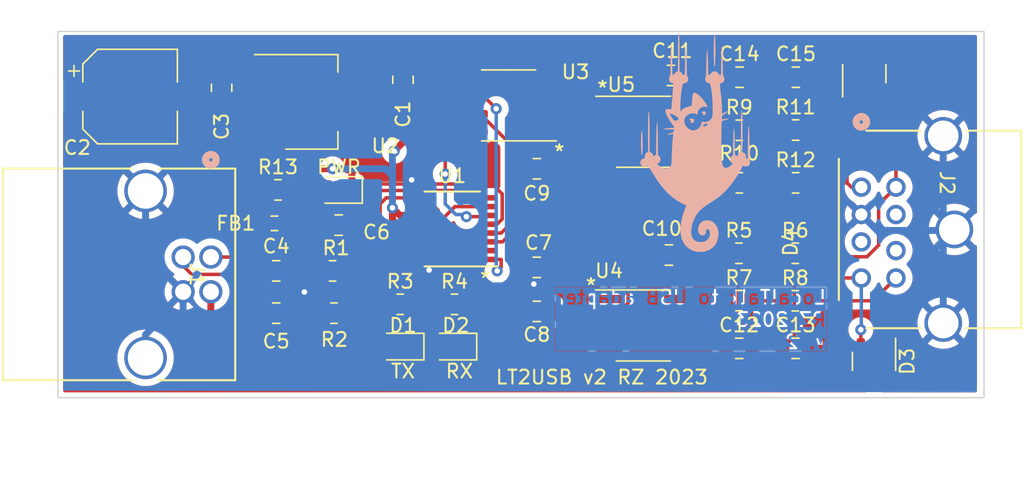
<source format=kicad_pcb>
(kicad_pcb (version 20221018) (generator pcbnew)
  (layers (0 "F.Cu" signal) (31 "B.Cu" signal) (34 "B.Paste" user) (35 "F.Paste" user) (36 "B.SilkS" user "B.Silkscreen") (37 "F.SilkS" user "F.Silkscreen") (38 "B.Mask" user) (39 "F.Mask" user) (44 "Edge.Cuts" user))
  (net 0 "")
  (net 1 "+3.3V")
  (net 2 "GND")
  (net 3 "Net-(U2-VI)")
  (net 4 "Net-(J1-D+)")
  (net 5 "Net-(J1-VBUS)")
  (net 6 "Net-(C12-Pad1)")
  (net 7 "Net-(C13-Pad1)")
  (net 8 "Net-(C14-Pad2)")
  (net 9 "Net-(C15-Pad2)")
  (net 10 "Net-(D1-K)")
  (net 11 "Net-(D2-K)")
  (net 12 "Net-(D3-A1)")
  (net 13 "Net-(D3-A2)")
  (net 14 "Net-(D4-A1)")
  (net 15 "Net-(D4-A2)")
  (net 16 "Net-(J1-D-)")
  (net 19 "Net-(U1-USBDM)")
  (net 20 "Net-(U1-USBDP)")
  (net 21 "Net-(U1-CBUS1)")
  (net 22 "Net-(U1-CBUS2)")
  (net 23 "Net-(U4-A)")
  (net 24 "Net-(U4-B)")
  (net 25 "Net-(U5-B)")
  (net 26 "Net-(U5-A)")
  (net 27 "Net-(U1-TXD)")
  (net 29 "Net-(U1-RXD)")
  (net 30 "Net-(U1-~{CTS})")
  (net 33 "Net-(U3-LT_IN_OUT)")
  (net 34 "Net-(U3-LT_DE)")
  (net 38 "Net-(D5-A)")
  (footprint "Resistor_SMD:R_0805_2012Metric" (layer "F.Cu") (at 133.4035 94.361)
    (fp_text reference "R3")
    (fp_text value "1K" hide)
  )
  (footprint "Package_SO:SOIC-8_3.9x4.9mm_P1.27mm" (layer "F.Cu") (at 141.224 80.01 180)
    (fp_text reference "U3")
    (fp_text value "TaskTalk-2.0")
  )
  (footprint "Resistor_SMD:R_0805_2012Metric" (layer "F.Cu") (at 128.6275 94.996)
    (fp_text reference "R2")
    (fp_text value "27")
  )
  (footprint "Capacitor_SMD:C_0805_2012Metric" (layer "F.Cu") (at 152.9305 77.851 180)
    (fp_text reference "C11")
    (fp_text value "1uF")
  )
  (footprint "Capacitor_SMD:C_0805_2012Metric" (layer "F.Cu") (at 124.46 94.996)
    (fp_text reference "C5")
    (fp_text value "47pF")
  )
  (footprint "Capacitor_SMD:C_0805_2012Metric" (layer "F.Cu") (at 120.523 78.74 -90)
    (fp_text reference "C3")
    (fp_text value "22uF")
  )
  (footprint "Capacitor_SMD:C_0805_2012Metric" (layer "F.Cu") (at 128.966 88.646 180)
    (fp_text reference "C6")
    (fp_text value "10nF")
  )
  (footprint "Capacitor_SMD:C_0805_2012Metric" (layer "F.Cu") (at 143.256 84.582)
    (fp_text reference "C9")
    (fp_text value "1uF")
  )
  (footprint "Capacitor_SMD:C_0805_2012Metric" (layer "F.Cu") (at 161.9215 97.536)
    (fp_text reference "C13")
    (fp_text value "220pF")
  )
  (footprint "Resistor_SMD:R_0805_2012Metric" (layer "F.Cu") (at 128.524 91.948)
    (fp_text reference "R1")
    (fp_text value "27")
  )
  (footprint "Resistor_SMD:R_0805_2012Metric" (layer "F.Cu") (at 137.317 94.361)
    (fp_text reference "R4")
    (fp_text value "1K")
  )
  (footprint "Capacitor_SMD:C_0805_2012Metric" (layer "F.Cu") (at 157.881 77.978)
    (fp_text reference "C14")
    (fp_text value "220pF")
  )
  (footprint "Resistor_SMD:R_0805_2012Metric" (layer "F.Cu") (at 157.8375 90.678)
    (fp_text reference "R5")
    (fp_text value "22")
  )
  (footprint "Resistor_SMD:R_0805_2012Metric" (layer "F.Cu") (at 157.8375 94.092)
    (fp_text reference "R7")
    (fp_text value "22")
  )
  (footprint "Resistor_SMD:R_0805_2012Metric" (layer "F.Cu") (at 157.861 85.598)
    (fp_text reference "R10")
    (fp_text value "22")
  )
  (footprint "Resistor_SMD:R_0603_1608Metric" (layer "F.Cu") (at 124.333 88.519 180)
    (fp_text reference "FB1")
    (fp_text value "600R")
  )
  (footprint "LED_SMD:LED_0805_2012Metric" (layer "F.Cu") (at 128.9835 86.106 180)
    (fp_text reference "D5" hide)
    (fp_text value "PWR")
  )
  (footprint "Package_TO_SOT_SMD:SOT-23" (layer "F.Cu") (at 167.579 98.4735 -90)
    (fp_text reference "D3")
    (fp_text value "SM712_SOT23")
  )
  (footprint "Capacitor_SMD:C_0805_2012Metric" (layer "F.Cu") (at 143.256 91.694 180)
    (fp_text reference "C7")
    (fp_text value "100nF")
  )
  (footprint "Package_SO:SOIC-8_3.9x4.9mm_P1.27mm" (layer "F.Cu") (at 150.941 95.885)
    (fp_text reference "U4")
    (fp_text value "SN65HVD11HD")
  )
  (footprint "Package_TO_SOT_SMD:SOT-23" (layer "F.Cu") (at 166.878 77.724 90)
    (fp_text reference "D4")
    (fp_text value "SM712_SOT23")
  )
  (footprint "Resistor_SMD:R_0805_2012Metric" (layer "F.Cu") (at 161.925 85.598)
    (fp_text reference "R12")
    (fp_text value "22")
  )
  (footprint "Capacitor_SMD:C_0805_2012Metric" (layer "F.Cu") (at 143.256 94.869 180)
    (fp_text reference "C8")
    (fp_text value "2.2uF")
  )
  (footprint "Resistor_SMD:R_0805_2012Metric" (layer "F.Cu") (at 161.9015 90.678)
    (fp_text reference "R6")
    (fp_text value "22")
  )
  (footprint "Connector_USB:UJ2-BH-1-TH_CUD" (layer "F.Cu") (at 119.7461 90.951901 -90)
    (fp_text reference "J1")
    (fp_text value "USB_B")
  )
  (footprint "LED_SMD:LED_0805_2012Metric" (layer "F.Cu") (at 133.4285 97.409 180)
    (fp_text reference "D1")
    (fp_text value "TX")
  )
  (footprint "Resistor_SMD:R_0805_2012Metric" (layer "F.Cu") (at 124.587 86.106 180)
    (fp_text reference "R13")
    (fp_text value "1K")
  )
  (footprint "LED_SMD:LED_0805_2012Metric" (layer "F.Cu") (at 137.2385 97.409 180)
    (fp_text reference "D2")
    (fp_text value "RX")
  )
  (footprint "Resistor_SMD:R_0805_2012Metric" (layer "F.Cu") (at 157.861 81.803)
    (fp_text reference "R9")
    (fp_text value "22")
  )
  (footprint "Package_TO_SOT_SMD:SOT-223-3_TabPin2" (layer "F.Cu") (at 127 79.756)
    (fp_text reference "U2")
    (fp_text value "AZ1117H-ADJ")
  )
  (footprint "footprints:CONN_MDJ-004_ADM" (layer "F.Cu") (at 169.164 87.884 -90)
    (fp_text reference "J2")
    (fp_text value "Mini-DIN-8")
  )
  (footprint "Capacitor_SMD:C_0805_2012Metric" (layer "F.Cu") (at 161.945 77.978)
    (fp_text reference "C15")
    (fp_text value "220pF")
  )
  (footprint "Resistor_SMD:R_0805_2012Metric" (layer "F.Cu") (at 161.9015 94.107)
    (fp_text reference "R8")
    (fp_text value "22")
  )
  (footprint "Package_SO:SSOP-16_3.9x4.9mm_P0.635mm" (layer "F.Cu") (at 137.16 88.9 180)
    (fp_text reference "U1")
    (fp_text value "FT230XS")
  )
  (footprint "Resistor_SMD:R_0805_2012Metric" (layer "F.Cu") (at 161.925 81.788)
    (fp_text reference "R11")
    (fp_text value "22")
  )
  (footprint "Capacitor_SMD:C_0805_2012Metric" (layer "F.Cu") (at 152.785 90.805 180)
    (fp_text reference "C10")
    (fp_text value "1uF")
  )
  (footprint "Capacitor_SMD:CP_Elec_6.3x7.7" (layer "F.Cu") (at 113.919 79.375)
    (fp_text reference "C2")
    (fp_text value "470uF")
  )
  (footprint "Capacitor_SMD:C_0805_2012Metric" (layer "F.Cu") (at 124.46 91.948)
    (fp_text reference "C4")
    (fp_text value "47pF")
  )
  (footprint "Capacitor_SMD:C_0805_2012Metric" (layer "F.Cu") (at 133.604 78.166 90)
    (fp_text reference "C1")
    (fp_text value "22uF")
  )
  (footprint "Package_SO:SOIC-8_3.9x4.9mm_P1.27mm" (layer "F.Cu") (at 150.9645 81.915)
    (fp_text reference "U5")
    (fp_text value "SN65HVD11HD")
  )
  (footprint "Capacitor_SMD:C_0805_2012Metric" (layer "F.Cu") (at 157.8575 97.536)
    (fp_text reference "C12")
    (fp_text value "220pF")
  )
  (footprint "Symbol:cat" (layer "B.Cu") (at 154.686 82.677 180)
    (fp_text reference "G***" hide)
    (fp_text value "LOGO" hide)
  )
  (gr_rect (start 108.712 74.676) (end 175.514 101.092) (stroke (width 0.1)) (fill none) (layer "Edge.Cuts"))
  (gr_text "LocalTalk to USB adapter\nRZ 2023\nv. 2" (at 164.211 97.663) (layer "B.Cu" knockout) (effects (font (size 1 1)) (justify left bottom mirror)))
  (gr_text "LT2USB v2 RZ 2023" (at 140.208 100.203) (layer "F.SilkS") (effects (font (size 1 1)) (justify left bottom)))
  (gr_text "*" (at 139.065 93.091) (layer "F.SilkS") (effects (font (size 1 1)) (justify left bottom)))
  (gr_text "*" (at 146.685 93.599) (layer "F.SilkS") (effects (font (size 1 1)) (justify left bottom)))
  (gr_text "*" (at 147.5145 79.355) (layer "F.SilkS") (effects (font (size 1 1)) (justify left bottom)))
  (gr_text "*" (at 144.399 83.947) (layer "F.SilkS") (effects (font (size 1 1)) (justify left bottom)))
  (segment (start 132.491 97.409) (end 132.491 98.836) (width 0.3) (layer "F.Cu") (net 1))
  (segment (start 153.735 87.06) (end 150.749 84.074) (width 0.5) (layer "F.Cu") (net 1))
  (segment (start 132.842 99.187) (end 135.89 99.187) (width 0.3) (layer "F.Cu") (net 1))
  (segment (start 153.88 77.8644) (end 153.88 77.8577) (width 0.25) (layer "F.Cu") (net 1))
  (segment (start 135.6995 87.9475) (end 136.017 87.63) (width 0.5) (layer "F.Cu") (net 1))
  (segment (start 153.88 78.7095) (end 153.88 78.2802) (width 0.25) (layer "F.Cu") (net 1))
  (segment (start 135.509 76.962) (end 135.763 76.708) (width 0.5) (layer "F.Cu") (net 1))
  (segment (start 150.749 84.074) (end 150.749 76.454) (width 0.5) (layer "F.Cu") (net 1))
  (segment (start 136.271 98.806) (end 136.271 97.439) (width 0.3) (layer "F.Cu") (net 1))
  (segment (start 148.4895 81.28) (end 147.066 81.28) (width 0.3) (layer "F.Cu") (net 1))
  (segment (start 140.7795 89.8525) (end 141.732 88.9) (width 0.25) (layer "F.Cu") (net 1))
  (segment (start 153.88 77.8778) (end 153.88 77.8644) (width 0.25) (layer "F.Cu") (net 1))
  (segment (start 142.38 81.028) (end 142.38 79.0222) (width 0.25) (layer "F.Cu") (net 1))
  (segment (start 153.88 78.0656) (end 153.88 77.9583) (width 0.25) (layer "F.Cu") (net 1))
  (segment (start 135.763 76.708) (end 143.51 76.708) (width 0.5) (layer "F.Cu") (net 1))
  (segment (start 132.842 92.075) (end 132.588 92.329) (width 0.3) (layer "F.Cu") (net 1))
  (segment (start 153.88 77.9046) (end 153.88 77.8778) (width 0.25) (layer "F.Cu") (net 1))
  (segment (start 142.306 94.869) (end 142.306 91.694) (width 0.25) (layer "F.Cu") (net 1))
  (segment (start 153.88 77.8644) (end 153.88 77.8577) (width 0.25) (layer "F.Cu") (net 1))
  (segment (start 136.017 87.63) (end 135.7145 87.3275) (width 0.5) (layer "F.Cu") (net 1))
  (segment (start 131.318 96.901) (end 131.826 97.409) (width 0.3) (layer "F.Cu") (net 1))
  (segment (start 153.88 78.2802) (end 153.88 78.0656) (width 0.25) (layer "F.Cu") (net 1))
  (segment (start 133.604 79.116) (end 135.26 79.116) (width 0.5) (layer "F.Cu") (net 1))
  (segment (start 148.939 81.28) (end 148.4895 81.28) (width 0.25) (layer "F.Cu") (net 1))
  (segment (start 130.15 79.756) (end 123.85 79.756) (width 0.5) (layer "F.Cu") (net 1))
  (segment (start 143.292 81.9393) (end 142.306 82.9249) (width 0.25) (layer "F.Cu") (net 1))
  (segment (start 135.26 79.116) (end 135.509 78.867) (width 0.5) (layer "F.Cu") (net 1))
  (segment (start 135.509 78.867) (end 135.509 76.962) (width 0.5) (layer "F.Cu") (net 1))
  (segment (start 153.88 77.8577) (end 153.88 77.851) (width 0.25) (layer "F.Cu") (net 1))
  (segment (start 132.842 88.265) (end 132.842 92.075) (width 0.3) (layer "F.Cu") (net 1))
  (segment (start 143.51 76.708) (end 143.764 76.962) (width 0.5) (layer "F.Cu") (net 1))
  (segment (start 142.38 79.0222) (end 143.298 78.105) (width 0.25) (layer "F.Cu") (net 1))
  (segment (start 153.8805 77.8572) (end 153.8805 77.851) (width 0.25) (layer "F.Cu") (net 1))
  (segment (start 139.76 89.8525) (end 140.7795 89.8525) (width 0.25) (layer "F.Cu") (net 1))
  (segment (start 134.56 87.9475) (end 134.097 87.9475) (width 0.25) (layer "F.Cu") (net 1))
  (segment (start 141.732 88.9) (end 142.306 88.9) (width 0.25) (layer "F.Cu") (net 1))
  (segment (start 135.7145 87.3275) (end 134.56 87.3275) (width 0.5) (layer "F.Cu") (net 1))
  (segment (start 142.306 88.392) (end 142.306 84.582) (width 0.25) (layer "F.Cu") (net 1))
  (segment (start 142.306 91.694) (end 142.306 88.9) (width 0.25) (layer "F.Cu") (net 1))
  (segment (start 133.604 82.677) (end 132.969 83.312) (width 0.5) (layer "F.Cu") (net 1))
  (segment (start 133.604 79.116) (end 133.604 82.677) (width 0.5) (layer "F.Cu") (net 1))
  (segment (start 135.89 99.187) (end 136.271 98.806) (width 0.3) (layer "F.Cu") (net 1))
  (segment (start 153.88 77.8577) (end 153.8805 77.8572) (width 0.25) (layer "F.Cu") (net 1))
  (segment (start 142.306 82.9249) (end 142.306 84.582) (width 0.25) (layer "F.Cu") (net 1))
  (segment (start 146.685 78.232) (end 143.826 78.232) (width 0.3) (layer "F.Cu") (net 1))
  (segment (start 153.88 77.8577) (end 153.88 77.851) (width 0.25) (layer "F.Cu") (net 1))
  (segment (start 131.318 92.71) (end 131.318 96.901) (width 0.3) (layer "F.Cu") (net 1))
  (segment (start 123.6745 84.9865) (end 124.079 84.582) (width 0.5) (layer "F.Cu") (net 1))
  (segment (start 144.385 78.105) (end 143.699 78.105) (width 0.25) (layer "F.Cu") (net 1))
  (segment (start 136.271 97.439) (end 136.301 97.409) (width 0.3) (layer "F.Cu") (net 1))
  (segment (start 124.079 84.582) (end 128.524 84.582) (width 0.5) (layer "F.Cu") (net 1))
  (segment (start 153.88 77.9583) (end 153.88 77.9046) (width 0.25) (layer "F.Cu") (net 1))
  (segment (start 150.749 76.454) (end 150.495 76.2) (width 0.5) (layer "F.Cu") (net 1))
  (segment (start 134.56 87.9475) (end 133.3875 87.9475) (width 0.5) (layer "F.Cu") (net 1))
  (segment (start 153.88 78.71) (end 153.88 78.7095) (width 0.25) (layer "F.Cu") (net 1))
  (segment (start 153.88 77.9046) (end 153.88 77.8778) (width 0.25) (layer "F.Cu") (net 1))
  (segment (start 153.8805 77.851) (end 153.8805 79.569) (width 0.5) (layer "F.Cu") (net 1))
  (segment (start 146.939 81.153) (end 146.939 78.486) (width 0.3) (layer "F.Cu") (net 1))
  (segment (start 146.939 78.486) (end 146.685 78.232) (width 0.3) (layer "F.Cu") (net 1))
  (segment (start 147.066 81.28) (end 146.939 81.153) (width 0.3) (layer "F.Cu") (net 1))
  (segment (start 153.735 90.805) (end 153.735 87.06) (width 0.5) (layer "F.Cu") (net 1))
  (segment (start 132.842 87.402) (end 132.842 88.265) (width 0.5) (layer "F.Cu") (net 1))
  (segment (start 131.699 92.329) (end 131.318 92.71) (width 0.3) (layer "F.Cu") (net 1))
  (segment (start 142.306 88.9) (end 142.306 88.392) (width 0.25) (layer "F.Cu") (net 1))
  (segment (start 153.416 76.2) (end 150.495 76.2) (width 0.5) (layer "F.Cu") (net 1))
  (segment (start 153.735 90.805) (end 153.735 93.661) (width 0.5) (layer "F.Cu") (net 1))
  (segment (start 153.88 77.9583) (end 153.88 77.9046) (width 0.25) (layer "F.Cu") (net 1))
  (segment (start 143.675 81.9393) (end 143.292 81.9393) (width 0.25) (layer "F.Cu") (net 1))
  (segment (start 133.1445 88.5675) (end 134.56 88.5675) (width 0.5) (layer "F.Cu") (net 1))
  (segment (start 123.6745 86.106) (end 123.6745 84.9865) (width 0.5) (layer "F.Cu") (net 1))
  (segment (start 153.88 78.71) (end 153.88 78.7095) (width 0.25) (layer "F.Cu") (net 1))
  (segment (start 153.88 78.0656) (end 153.88 77.9583) (width 0.25) (layer "F.Cu") (net 1))
  (segment (start 131.826 97.409) (end 132.491 97.409) (width 0.3) (layer "F.Cu") (net 1))
  (segment (start 153.4395 80.01) (end 153.66 79.7895) (width 0.25) (layer "F.Cu") (net 1))
  (segment (start 153.88 78.71) (end 153.88 79.569) (width 0.25) (layer "F.Cu") (net 1))
  (segment (start 150.495 76.2) (end 144.018 76.2) (width 0.5) (layer "F.Cu") (net 1))
  (segment (start 153.88 79.569) (end 153.66 79.7895) (width 0.25) (layer "F.Cu") (net 1))
  (segment (start 143.699 81.915) (end 143.675 81.9393) (width 0.25) (layer "F.Cu") (net 1))
  (segment (start 133.3875 87.9475) (end 132.842 87.402) (width 0.5) (layer "F.Cu") (net 1))
  (segment (start 143.826 78.232) (end 143.699 78.105) (width 0.3) (layer "F.Cu") (net 1))
  (segment (start 143.764 76.962) (end 143.764 78.04) (width 0.5) (layer "F.Cu") (net 1))
  (segment (start 153.8805 77.851) (end 153.8805 76.6645) (width 0.5) (layer "F.Cu") (net 1))
  (segment (start 153.88 78.2802) (end 153.88 78.0656) (width 0.25) (layer "F.Cu") (net 1))
  (segment (start 153.8805 79.569) (end 153.4395 80.01) (width 0.5) (layer "F.Cu") (net 1))
  (segment (start 144.018 76.2) (end 143.51 76.708) (width 0.5) (layer "F.Cu") (net 1))
  (segment (start 134.153 88.5825) (end 134.097 88.5258) (width 0.25) (layer "F.Cu") (net 1))
  (segment (start 134.56 88.5825) (end 134.153 88.5825) (width 0.25) (layer "F.Cu") (net 1))
  (segment (start 143.292 81.9393) (end 142.38 81.028) (width 0.25) (layer "F.Cu") (net 1))
  (segment (start 153.88 77.8778) (end 153.88 77.8644) (width 0.25) (layer "F.Cu") (net 1))
  (segment (start 153.88 78.7095) (end 153.88 78.2802) (width 0.25) (layer "F.Cu") (net 1))
  (segment (start 133.604 79.116) (end 130.79 79.116) (width 0.5) (layer "F.Cu") (net 1))
  (segment (start 130.79 79.116) (end 130.15 79.756) (width 0.5) (layer "F.Cu") (net 1))
  (segment (start 153.8805 76.6645) (end 153.416 76.2) (width 0.5) (layer "F.Cu") (net 1))
  (segment (start 132.842 88.265) (end 133.1445 88.5675) (width 0.5) (layer "F.Cu") (net 1))
  (segment (start 143.764 78.04) (end 143.699 78.105) (width 0.5) (layer "F.Cu") (net 1))
  (segment (start 143.298 78.105) (end 143.699 78.105) (width 0.25) (layer "F.Cu") (net 1))
  (segment (start 134.56 87.9475) (end 135.6995 87.9475) (width 0.5) (layer "F.Cu") (net 1))
  (segment (start 132.588 92.329) (end 131.699 92.329) (width 0.3) (layer "F.Cu") (net 1))
  (segment (start 132.491 98.836) (end 132.842 99.187) (width 0.3) (layer "F.Cu") (net 1))
  (segment (start 153.735 93.661) (end 153.416 93.98) (width 0.5) (layer "F.Cu") (net 1))
  (via (at 132.969 83.312) (size 0.8) (drill 0.4) (layers "F.Cu" "B.Cu") (net 1))
  (via (at 132.842 87.402) (size 0.8) (drill 0.4) (layers "F.Cu" "B.Cu") (net 1))
  (via (at 128.524 84.582) (size 0.8) (drill 0.4) (layers "F.Cu" "B.Cu") (net 1))
  (segment (start 132.842 83.439) (end 132.842 85.09) (width 0.5) (layer "B.Cu") (net 1))
  (segment (start 128.524 84.582) (end 132.334 84.582) (width 0.5) (layer "B.Cu") (net 1))
  (segment (start 132.969 83.312) (end 132.842 83.439) (width 0.5) (layer "B.Cu") (net 1))
  (segment (start 132.842 85.09) (end 132.842 87.402) (width 0.5) (layer "B.Cu") (net 1))
  (segment (start 132.334 84.582) (end 132.842 85.09) (width 0.5) (layer "B.Cu") (net 1))
  (segment (start 154.72 94.3792) (end 154.72 85.1003) (width 0.25) (layer "F.Cu") (net 2))
  (segment (start 153.44 83.82) (end 153.4395 83.82) (width 0.25) (layer "F.Cu") (net 2))
  (segment (start 154.72 85.1003) (end 153.44 83.82) (width 0.25) (layer "F.Cu") (net 2))
  (segment (start 144.206 84.582) (end 144.206 91.694) (width 0.25) (layer "F.Cu") (net 2))
  (segment (start 152.131 82.9204) (end 152.131 80.645) (width 0.25) (layer "F.Cu") (net 2))
  (segment (start 158.808 98.5889) (end 158.808 98.0624) (width 0.25) (layer "F.Cu") (net 2))
  (segment (start 131.699 76.581) (end 132.334 77.216) (width 0.5) (layer "F.Cu") (net 2))
  (segment (start 151.835 94.615) (end 154.484 94.615) (width 0.25) (layer "F.Cu") (net 2))
  (segment (start 158.808 97.5365) (end 158.808 98.0624) (width 0.25) (layer "F.Cu") (net 2))
  (segment (start 129.921 86.106) (end 131.266828 86.106) (width 0.5) (layer "F.Cu") (net 2))
  (segment (start 161.819 98.5889) (end 162.872 97.5362) (width 0.25) (layer "F.Cu") (net 2))
  (segment (start 126.365 76.581) (end 131.699 76.581) (width 0.5) (layer "F.Cu") (net 2))
  (segment (start 123.85 77.456) (end 125.49 77.456) (width 0.5) (layer "F.Cu") (net 2))
  (segment (start 154.484 94.615) (end 154.72 94.3792) (width 0.25) (layer "F.Cu") (net 2))
  (segment (start 151.98 79.1697) (end 151.9805 79.1692) (width 0.25) (layer "F.Cu") (net 2))
  (segment (start 164.746 99.411) (end 167.579 99.411) (width 0.25) (layer "F.Cu") (net 2))
  (segment (start 126.492 93.472) (end 125.41 93.472) (width 0.5) (layer "F.Cu") (net 2))
  (segment (start 122.5231 77.456) (end 123.85 77.456) (width 0.3) (layer "F.Cu") (net 2))
  (segment (start 154.538 80.645) (end 152.131 80.645) (width 0.25) (layer "F.Cu") (net 2))
  (segment (start 144.206 92.9008) (end 144.206 94.869) (width 0.25) (layer "F.Cu") (net 2))
  (segment (start 151.835 96.52) (end 148.466 96.52) (width 0.25) (layer "F.Cu") (net 2))
  (segment (start 159.942 76.9251) (end 157.984 76.9251) (width 0.25) (layer "F.Cu") (net 2))
  (segment (start 160.995 77.978) (end 159.942 76.9251) (width 0.25) (layer "F.Cu") (net 2))
  (segment (start 116.619 79.375) (end 120.523 79.375) (width 0.25) (layer "F.Cu") (net 2))
  (segment (start 151.835 94.615) (end 151.835 90.805) (width 0.25) (layer "F.Cu") (net 2))
  (segment (start 162.872 97.536) (end 162.8715 97.536) (width 0.25) (layer "F.Cu") (net 2))
  (segment (start 125.49 77.456) (end 126.365 76.581) (width 0.5) (layer "F.Cu") (net 2))
  (segment (start 120.208 79.375) (end 120.523 79.69) (width 0.5) (layer "F.Cu") (net 2))
  (segment (start 125.41 93.472) (end 125.41 94.996) (width 0.25) (layer "F.Cu") (net 2))
  (segment (start 132.334 77.216) (end 133.604 77.216) (width 0.5) (layer "F.Cu") (net 2))
  (segment (start 158.808 98.5889) (end 161.819 98.5889) (width 0.25) (layer "F.Cu") (net 2))
  (segment (start 151.98 79.1697) (end 151.98 78.7301) (width 0.25) (layer "F.Cu") (net 2))
  (segment (start 125.41 91.948) (end 125.41 93.472) (width 0.25) (layer "F.Cu") (net 2))
  (segment (start 131.266828 86.106) (end 131.761814 85.611014) (width 0.5) (layer "F.Cu") (net 2))
  (segment (start 120.523 79.3749) (end 120.523 79.375) (width 0.25) (layer "F.Cu") (net 2))
  (segment (start 148.466 96.52) (end 145.857 96.52) (width 0.25) (layer "F.Cu") (net 2))
  (segment (start 152.131 80.645) (end 151.98 80.4947) (width 0.25) (layer "F.Cu") (net 2))
  (segment (start 140.047 85.6842) (end 138.749 85.6842) (width 0.25) (layer "F.Cu") (net 2))
  (segment (start 157.984 76.9251) (end 156.931 77.978) (width 0.25) (layer "F.Cu") (net 2))
  (segment (start 139.76 88.5825) (end 140.387 88.5825) (width 0.25) (layer "F.Cu") (net 2))
  (segment (start 156.931 78.252) (end 154.538 80.645) (width 0.25) (layer "F.Cu") (net 2))
  (segment (start 151.835 96.52) (end 151.835 94.615) (width 0.25) (layer "F.Cu") (net 2))
  (segment (start 140.763 88.2068) (end 140.763 86.4) (width 0.25) (layer "F.Cu") (net 2))
  (segment (start 135.487 89.2175) (end 135.487 91.8872) (width 0.25) (layer "F.Cu") (net 2))
  (segment (start 162.872 97.536) (end 164.746 99.411) (width 0.25) (layer "F.Cu") (net 2))
  (segment (start 156.931 77.978) (end 156.931 78.252) (width 0.25) (layer "F.Cu") (net 2))
  (segment (start 140.763 86.4) (end 140.047 85.6842) (width 0.25) (layer "F.Cu") (net 2))
  (segment (start 153.4395 83.82) (end 153.03 83.82) (width 0.25) (layer "F.Cu") (net 2))
  (segment (start 138.749 85.6842) (end 134.23 85.6842) (width 0.25) (layer "F.Cu") (net 2))
  (segment (start 138.749 85.6842) (end 138.749 81.915) (width 0.25) (layer "F.Cu") (net 2))
  (segment (start 151.98 80.4947) (end 151.98 79.1697) (width 0.25) (layer "F.Cu") (net 2))
  (segment (start 160.995 77.978) (end 162.186 76.7865) (width 0.25) (layer "F.Cu") (net 2))
  (segment (start 144.206 91.694) (end 144.206 92.9008) (width 0.25) (layer "F.Cu") (net 2))
  (segment (start 122.08755 78.95345) (end 122.08755 77.89155) (width 0.3) (layer "F.Cu") (net 2))
  (segment (start 120.523 79.375) (end 120.523 79.69) (width 0.25) (layer "F.Cu") (net 2))
  (segment (start 134.23 85.6842) (end 131.835 85.6842) (width 0.25) (layer "F.Cu") (net 2))
  (segment (start 121.351 79.69) (end 122.08755 78.95345) (width 0.3) (layer "F.Cu") (net 2))
  (segment (start 162.872 97.536) (end 162.872 97.5361) (width 0.25) (layer "F.Cu") (net 2))
  (segment (start 121.8121 80.9791) (end 120.523 79.69) (width 0.25) (layer "F.Cu") (net 2))
  (segment (start 153.416 97.79) (end 154.215 98.5889) (width 0.25) (layer "F.Cu") (net 2))
  (segment (start 151.835 96.6478) (end 151.835 96.52) (width 0.25) (layer "F.Cu") (net 2))
  (segment (start 127.1299 80.9791) (end 121.8121 80.9791) (width 0.25) (layer "F.Cu") (net 2))
  (segment (start 153.03 83.82) (end 152.131 82.9204) (width 0.25) (layer "F.Cu") (net 2))
  (segment (start 134.56 89.2175) (end 135.487 89.2175) (width 0.25) (layer "F.Cu") (net 2))
  (segment (start 121.351 79.69) (end 120.523 79.69) (width 0.3) (layer "F.Cu") (net 2))
  (segment (start 154.215 98.5889) (end 158.808 98.5889) (width 0.25) (layer "F.Cu") (net 2))
  (segment (start 158.8075 97.536) (end 158.808 97.5365) (width 0.25) (layer "F.Cu") (net 2))
  (segment (start 116.619 79.375) (end 120.208 79.375) (width 0.5) (layer "F.Cu") (net 2))
  (segment (start 131.835 85.6842) (end 127.1299 80.9791) (width 0.25) (layer "F.Cu") (net 2))
  (segment (start 140.387 88.5825) (end 140.763 88.2068) (width 0.25) (layer "F.Cu") (net 2))
  (segment (start 162.872 97.5361) (end 162.872 97.536) (width 0.25) (layer "F.Cu") (net 2))
  (segment (start 162.872 97.5362) (end 162.872 97.5361) (width 0.25) (layer "F.Cu") (net 2))
  (segment (start 120.6042 79.3749) (end 120.523 79.3749) (width 0.25) (layer "F.Cu") (net 2))
  (segment (start 122.08755 77.89155) (end 122.5231 77.456) (width 0.3) (layer "F.Cu") (net 2))
  (segment (start 129.916 88.646) (end 129.916 86.111) (width 0.5) (layer "F.Cu") (net 2))
  (segment (start 129.916 86.111) (end 129.921 86.106) (width 0.5) (layer "F.Cu") (net 2))
  (segment (start 134.23 85.3837) (end 134.23 85.6842) (width 0.25) (layer "F.Cu") (net 2))
  (segment (start 152.977 97.79) (end 151.835 96.6478) (width 0.25) (layer "F.Cu") (net 2))
  (segment (start 162.872 97.5361) (end 162.872 97.5362) (width 0.25) (layer "F.Cu") (net 2))
  (segment (start 144.206 92.9008) (end 143.041 92.9008) (width 0.25) (layer "F.Cu") (net 2))
  (segment (start 153.416 97.79) (end 152.977 97.79) (width 0.25) (layer "F.Cu") (net 2))
  (segment (start 151.9805 79.1692) (end 151.9805 77.851) (width 0.25) (layer "F.Cu") (net 2))
  (segment (start 145.857 96.52) (end 144.206 94.869) (width 0.25) (layer "F.Cu") (net 2))
  (segment (start 162.186 76.7865) (end 166.878 76.7865) (width 0.25) (layer "F.Cu") (net 2))
  (via (at 135.487 91.8872) (size 0.8) (drill 0.4) (layers "F.Cu" "B.Cu") (net 2))
  (via (at 126.492 93.472) (size 0.8) (drill 0.4) (layers "F.Cu" "B.Cu") (net 2))
  (via (at 143.041 92.9008) (size 0.8) (drill 0.4) (layers "F.Cu" "B.Cu") (net 2))
  (via (at 134.23 85.3837) (size 0.8) (drill 0.4) (layers "F.Cu" "B.Cu") (net 2))
  (segment (start 126.492 91.8872) (end 122.6655 91.8872) (width 0.25) (layer "B.Cu") (net 2))
  (segment (start 121.666 92.202) (end 121.666 94.996) (width 0.5) (layer "B.Cu") (net 2))
  (segment (start 115.824 95.758) (end 118.11 95.758) (width 0.5) (layer "B.Cu") (net 2))
  (segment (start 172.574 82.208999) (end 172.574 88.158999) (width 0.5) (layer "B.Cu") (net 2))
  (segment (start 115.036176 96.545824) (end 115.824 95.758) (width 0.5) (layer "B.Cu") (net 2))
  (segment (start 115.036176 86.181903) (end 115.036176 94.970176) (width 0.5) (layer "B.Cu") (net 2))
  (segment (start 115.036176 94.970176) (end 115.824 95.758) (width 0.5) (layer "B.Cu") (net 2))
  (segment (start 172.574 88.158999) (end 173.374 88.958999) (width 0.5) (layer "B.Cu") (net 2))
  (segment (start 172.574 95.709) (end 169.858 98.425) (width 0.5) (layer "B.Cu") (net 2))
  (segment (start 169.858 98.425) (end 141.097 98.425) (width 0.5) (layer "B.Cu") (net 2))
  (segment (start 115.036176 98.221899) (end 115.036176 96.545824) (width 0.5) (layer "B.Cu") (net 2))
  (segment (start 136.5 92.9008) (end 139.827 92.9008) (width 0.25) (layer "B.Cu") (net 2))
  (segment (start 122.6655 91.8872) (end 121.9808 91.8872) (width 0.5) (layer "B.Cu") (net 2))
  (segment (start 139.827 92.9008) (end 143.041 92.9008) (width 0.25) (layer "B.Cu") (net 2))
  (segment (start 117.746099 95.394099) (end 117.746099 93.451901) (width 0.5) (layer "B.Cu") (net 2))
  (segment (start 121.9808 91.8872) (end 121.666 92.202) (width 0.5) (layer "B.Cu") (net 2))
  (segment (start 121.666 94.996) (end 120.904 95.758) (width 0.5) (layer "B.Cu") (net 2))
  (segment (start 166.664 87.884) (end 167.807 89.027) (width 0.5) (layer "B.Cu") (net 2))
  (segment (start 135.487 86.6401) (end 135.487 91.8872) (width 0.25) (layer "B.Cu") (net 2))
  (segment (start 168.5345 89.0325) (end 173.300499 89.0325) (width 0.5) (layer "B.Cu") (net 2))
  (segment (start 173.300499 89.0325) (end 173.374 88.958999) (width 0.5) (layer "B.Cu") (net 2))
  (segment (start 168.529 89.027) (end 168.5345 89.0325) (width 0.5) (layer "B.Cu") (net 2))
  (segment (start 167.807 89.027) (end 168.529 89.027) (width 0.5) (layer "B.Cu") (net 2))
  (segment (start 172.574 95.709) (end 172.574 89.758999) (width 0.5) (layer "B.Cu") (net 2))
  (segment (start 118.11 95.758) (end 117.746099 95.394099) (width 0.5) (layer "B.Cu") (net 2))
  (segment (start 120.904 95.758) (end 118.11 95.758) (width 0.5) (layer "B.Cu") (net 2))
  (segment (start 135.487 91.8872) (end 126.492 91.8872) (width 0.25) (layer "B.Cu") (net 2))
  (segment (start 141.097 98.425) (end 141.097 94.1708) (width 0.5) (layer "B.Cu") (net 2))
  (segment (start 172.574 89.758999) (end 173.374 88.958999) (width 0.5) (layer "B.Cu") (net 2))
  (segment (start 135.487 91.8872) (end 136.5 92.9008) (width 0.25) (layer "B.Cu") (net 2))
  (segment (start 141.097 94.1708) (end 139.827 92.9008) (width 0.5) (layer "B.Cu") (net 2))
  (segment (start 126.492 91.8872) (end 126.492 93.472) (width 0.5) (layer "B.Cu") (net 2))
  (segment (start 134.23 85.3837) (end 135.487 86.6401) (width 0.25) (layer "B.Cu") (net 2))
  (segment (start 120.142 76.454) (end 111.76 76.454) (width 0.5) (layer "F.Cu") (net 3))
  (segment (start 120.523 76.835) (end 120.142 76.454) (width 0.5) (layer "F.Cu") (net 3))
  (segment (start 122.301 83.82) (end 123.571 83.82) (width 0.5) (layer "F.Cu") (net 3))
  (segment (start 111.76 76.454) (end 111.219 76.995) (width 0.5) (layer "F.Cu") (net 3))
  (segment (start 120.523 77.79) (end 120.523 76.835) (width 0.5) (layer "F.Cu") (net 3))
  (segment (start 111.219 79.375) (end 111.231 79.387) (width 0.25) (layer "F.Cu") (net 3))
  (segment (start 111.219 79.375) (end 111.219 80.612) (width 0.5) (layer "F.Cu") (net 3))
  (segment (start 121.539 84.582) (end 122.301 83.82) (width 0.5) (layer "F.Cu") (net 3))
  (segment (start 121.539 87.884) (end 121.539 84.582) (width 0.5) (layer "F.Cu") (net 3))
  (segment (start 111.219 80.612) (end 112.663 82.056) (width 0.5) (layer "F.Cu") (net 3))
  (segment (start 120.396 77.663) (end 120.523 77.79) (width 0.25) (layer "F.Cu") (net 3))
  (segment (start 111.219 76.995) (end 111.219 79.375) (width 0.5) (layer "F.Cu") (net 3))
  (segment (start 123.508 88.519) (end 122.174 88.519) (width 0.5) (layer "F.Cu") (net 3))
  (segment (start 122.174 88.519) (end 121.539 87.884) (width 0.5) (layer "F.Cu") (net 3))
  (segment (start 123.85 83.541) (end 123.85 82.056) (width 0.5) (layer "F.Cu") (net 3))
  (segment (start 112.663 82.056) (end 123.85 82.056) (width 0.5) (layer "F.Cu") (net 3))
  (segment (start 123.571 83.82) (end 123.85 83.541) (width 0.5) (layer "F.Cu") (net 3))
  (segment (start 121.92 94.996) (end 121.666 94.742) (width 0.25) (layer "F.Cu") (net 4))
  (segment (start 123.51 94.996) (end 124.5712 96.0572) (width 0.25) (layer "F.Cu") (net 4))
  (segment (start 121.666 94.742) (end 121.666 92.71) (width 0.25) (layer "F.Cu") (net 4))
  (segment (start 121.666 92.71) (end 121.158 92.202) (width 0.25) (layer "F.Cu") (net 4))
  (segment (start 117.746099 91.584099) (end 117.746099 90.951901) (width 0.25) (layer "F.Cu") (net 4))
  (segment (start 124.5712 96.0572) (end 126.6538 96.0572) (width 0.25) (layer "F.Cu") (net 4))
  (segment (start 123.51 94.996) (end 121.92 94.996) (width 0.25) (layer "F.Cu") (net 4))
  (segment (start 126.6538 96.0572) (end 127.715 94.996) (width 0.25) (layer "F.Cu") (net 4))
  (segment (start 118.364 92.202) (end 117.746099 91.584099) (width 0.25) (layer "F.Cu") (net 4))
  (segment (start 121.158 92.202) (end 118.364 92.202) (width 0.25) (layer "F.Cu") (net 4))
  (segment (start 115.57 89.662) (end 115.57 95.504) (width 0.5) (layer "F.Cu") (net 5))
  (segment (start 125.158 88.519) (end 125.158 89.345) (width 0.5) (layer "F.Cu") (net 5))
  (segment (start 119.746101 95.645899) (end 119.746101 93.451901) (width 0.5) (layer "F.Cu") (net 5))
  (segment (start 124.714 89.789) (end 121.031 89.789) (width 0.5) (layer "F.Cu") (net 5))
  (segment (start 128.016 88.646) (end 125.285 88.646) (width 0.5) (layer "F.Cu") (net 5))
  (segment (start 125.285 88.646) (end 125.158 88.519) (width 0.5) (layer "F.Cu") (net 5))
  (segment (start 116.078 96.012) (end 119.38 96.012) (width 0.5) (layer "F.Cu") (net 5))
  (segment (start 120.396 89.154) (end 116.078 89.154) (width 0.5) (layer "F.Cu") (net 5))
  (segment (start 125.158 89.345) (end 124.714 89.789) (width 0.5) (layer "F.Cu") (net 5))
  (segment (start 115.57 95.504) (end 116.078 96.012) (width 0.5) (layer "F.Cu") (net 5))
  (segment (start 121.031 89.789) (end 120.396 89.154) (width 0.5) (layer "F.Cu") (net 5))
  (segment (start 116.078 89.154) (end 115.57 89.662) (width 0.5) (layer "F.Cu") (net 5))
  (segment (start 119.38 96.012) (end 119.746101 95.645899) (width 0.5) (layer "F.Cu") (net 5))
  (segment (start 156.9075 97.536) (end 156.908 97.536) (width 0.25) (layer "F.Cu") (net 6))
  (segment (start 158.75 94.107) (end 158.75 94.092) (width 0.25) (layer "F.Cu") (net 6))
  (segment (start 158.75 94.107) (end 160.989 94.107) (width 0.25) (layer "F.Cu") (net 6))
  (segment (start 158.75 95.6935) (end 158.75 94.107) (width 0.25) (layer "F.Cu") (net 6))
  (segment (start 156.908 97.536) (end 158.75 95.6935) (width 0.25) (layer "F.Cu") (net 6))
  (segment (start 160.9715 97.536) (end 160.9719 97.536) (width 0.25) (layer "F.Cu") (net 7))
  (segment (start 160.9719 97.536) (end 161.401 97.1069) (width 0.25) (layer "F.Cu") (net 7))
  (segment (start 161.83 91.5187) (end 161.83 96.6778) (width 0.25) (layer "F.Cu") (net 7))
  (segment (start 161.83 96.6778) (end 161.401 97.1069) (width 0.25) (layer "F.Cu") (net 7))
  (segment (start 160.989 90.678) (end 158.75 90.678) (width 0.25) (layer "F.Cu") (net 7))
  (segment (start 160.989 90.678) (end 161.83 91.5187) (width 0.25) (layer "F.Cu") (net 7))
  (segment (start 162.8378 81.7876) (end 162.838 81.7878) (width 0.25) (layer "F.Cu") (net 8))
  (segment (start 159.822 78.969) (end 158.831 77.978) (width 0.25) (layer "F.Cu") (net 8))
  (segment (start 159.822 80.7545) (end 158.774 81.803) (width 0.25) (layer "F.Cu") (net 8))
  (segment (start 162.8375 81.788) (end 162.8378 81.7877) (width 0.25) (layer "F.Cu") (net 8))
  (segment (start 159.822 80.7545) (end 161.804 80.7545) (width 0.25) (layer "F.Cu") (net 8))
  (segment (start 161.804 80.7545) (end 162.8378 81.7876) (width 0.25) (layer "F.Cu") (net 8))
  (segment (start 159.822 80.7545) (end 159.822 78.969) (width 0.25) (layer "F.Cu") (net 8))
  (segment (start 162.8378 81.7877) (end 162.8378 81.7876) (width 0.25) (layer "F.Cu") (net 8))
  (segment (start 158.7735 81.803) (end 158.774 81.803) (width 0.25) (layer "F.Cu") (net 8))
  (segment (start 161.012 85.598) (end 158.774 85.598) (width 0.25) (layer "F.Cu") (net 9))
  (segment (start 158.774 85.598) (end 158.7735 85.598) (width 0.25) (layer "F.Cu") (net 9))
  (segment (start 161.012 85.5975) (end 161.012 85.598) (width 0.25) (layer "F.Cu") (net 9))
  (segment (start 162.895 77.978) (end 163.684 78.7675) (width 0.25) (layer "F.Cu") (net 9))
  (segment (start 161.012 85.598) (end 161.0125 85.598) (width 0.25) (layer "F.Cu") (net 9))
  (segment (start 163.684 82.926) (end 161.012 85.5975) (width 0.25) (layer "F.Cu") (net 9))
  (segment (start 161.012 85.5975) (end 161.012 85.598) (width 0.25) (layer "F.Cu") (net 9))
  (segment (start 163.684 78.7675) (end 163.684 82.926) (width 0.25) (layer "F.Cu") (net 9))
  (segment (start 134.366 94.411) (end 134.316 94.361) (width 0.25) (layer "F.Cu") (net 10))
  (segment (start 134.366 97.409) (end 134.366 94.411) (width 0.25) (layer "F.Cu") (net 10))
  (segment (start 138.23 96.6068) (end 138.23 96.6063) (width 0.25) (layer "F.Cu") (net 11))
  (segment (start 138.23 95.4839) (end 138.2295 95.4834) (width 0.25) (layer "F.Cu") (net 11))
  (segment (start 138.23 95.8582) (end 138.23 95.4839) (width 0.25) (layer "F.Cu") (net 11))
  (segment (start 138.2295 95.4834) (end 138.2295 94.361) (width 0.25) (layer "F.Cu") (net 11))
  (segment (start 138.23 96.6063) (end 138.23 95.8582) (width 0.25) (layer "F.Cu") (net 11))
  (segment (start 138.176 97.409) (end 138.23 97.3555) (width 0.25) (layer "F.Cu") (net 11))
  (segment (start 138.23 96.6063) (end 138.23 95.8582) (width 0.25) (layer "F.Cu") (net 11))
  (segment (start 138.23 96.6068) (end 138.23 96.6063) (width 0.25) (layer "F.Cu") (net 11))
  (segment (start 138.23 97.3555) (end 138.23 96.6068) (width 0.25) (layer "F.Cu") (net 11))
  (segment (start 138.23 95.4839) (end 138.23 95.1096) (width 0.25) (layer "F.Cu") (net 11))
  (segment (start 168.529 95.12) (end 167.516 94.107) (width 0.25) (layer "F.Cu") (net 12))
  (segment (start 168.529 97.536) (end 168.529 95.12) (width 0.25) (layer "F.Cu") (net 12))
  (segment (start 169.164 92.459) (end 167.516 94.107) (width 0.25) (layer "F.Cu") (net 12))
  (segment (start 167.516 94.107) (end 162.814 94.107) (width 0.25) (layer "F.Cu") (net 12))
  (segment (start 166.629 96.1903) (end 166.629 97.536) (width 0.25) (layer "F.Cu") (net 13))
  (segment (start 164.595 92.459) (end 166.664 92.459) (width 0.25) (layer "F.Cu") (net 13))
  (segment (start 162.814 90.678) (end 164.595 92.459) (width 0.25) (layer "F.Cu") (net 13))
  (via (at 166.629 96.1903) (size 0.8) (drill 0.4) (layers "F.Cu" "B.Cu") (net 13))
  (segment (start 166.664 92.459) (end 166.664 96.1553) (width 0.25) (layer "B.Cu") (net 13))
  (segment (start 166.664 96.1553) (end 166.629 96.1903) (width 0.25) (layer "B.Cu") (net 13))
  (segment (start 165.633 78.9563) (end 165.928 78.6615) (width 0.25) (layer "F.Cu") (net 14))
  (segment (start 165.633 85.598) (end 165.633 78.9563) (width 0.25) (layer "F.Cu") (net 14))
  (segment (start 165.633 85.598) (end 162.838 85.598) (width 0.25) (layer "F.Cu") (net 14))
  (segment (start 162.838 85.598) (end 162.8375 85.598) (width 0.25) (layer "F.Cu") (net 14))
  (segment (start 166.664 85.909) (end 165.944 85.909) (width 0.25) (layer "F.Cu") (net 14))
  (segment (start 165.944 85.909) (end 165.633 85.598) (width 0.25) (layer "F.Cu") (net 14))
  (segment (start 164.93 90.9329) (end 167.075 90.9329) (width 0.25) (layer "F.Cu") (net 15))
  (segment (start 167.914 87.159) (end 169.164 85.909) (width 0.25) (layer "F.Cu") (net 15))
  (segment (start 167.075 90.9329) (end 167.914 90.0938) (width 0.25) (layer "F.Cu") (net 15))
  (segment (start 169.164 79.9975) (end 167.828 78.6615) (width 0.25) (layer "F.Cu") (net 15))
  (segment (start 160.936 89.3093) (end 163.307 89.3093) (width 0.25) (layer "F.Cu") (net 15))
  (segment (start 163.307 89.3093) (end 164.93 90.9329) (width 0.25) (layer "F.Cu") (net 15))
  (segment (start 169.164 85.909) (end 169.164 79.9975) (width 0.25) (layer "F.Cu") (net 15))
  (segment (start 161.0125 81.788) (end 161.012 81.788) (width 0.25) (layer "F.Cu") (net 15))
  (segment (start 157.923 84.8779) (end 157.923 86.2963) (width 0.25) (layer "F.Cu") (net 15))
  (segment (start 157.923 86.2963) (end 160.936 89.3093) (width 0.25) (layer "F.Cu") (net 15))
  (segment (start 167.914 90.0938) (end 167.914 87.159) (width 0.25) (layer "F.Cu") (net 15))
  (segment (start 161.012 81.788) (end 157.923 84.8779) (width 0.25) (layer "F.Cu") (net 15))
  (segment (start 121.392099 90.951901) (end 119.746101 90.951901) (width 0.25) (layer "F.Cu") (net 16))
  (segment (start 126.5301 90.8666) (end 127.6115 91.948) (width 0.25) (layer "F.Cu") (net 16))
  (segment (start 121.412 90.932) (end 121.392099 90.951901) (width 0.25) (layer "F.Cu") (net 16))
  (segment (start 123.51 91.948) (end 124.5914 90.8666) (width 0.25) (layer "F.Cu") (net 16))
  (segment (start 123.51 91.948) (end 122.428 91.948) (width 0.25) (layer "F.Cu") (net 16))
  (segment (start 122.428 91.948) (end 121.412 90.932) (width 0.25) (layer "F.Cu") (net 16))
  (segment (start 124.5914 90.8666) (end 126.5301 90.8666) (width 0.25) (layer "F.Cu") (net 16))
  (segment (start 134.56 86.6775) (end 132.3975 86.6775) (width 0.25) (layer "F.Cu") (net 19))
  (segment (start 129.4365 91.5294) (end 129.4365 91.948) (width 0.25) (layer "F.Cu") (net 19))
  (segment (start 131.953 89.535) (end 131.064 90.424) (width 0.25) (layer "F.Cu") (net 19))
  (segment (start 129.436 91.1099) (end 129.436 91.1104) (width 0.25) (layer "F.Cu") (net 19))
  (segment (start 129.667 90.424) (end 129.436 90.655) (width 0.25) (layer "F.Cu") (net 19))
  (segment (start 131.953 87.122) (end 131.953 89.535) (width 0.25) (layer "F.Cu") (net 19))
  (segment (start 131.064 90.424) (end 129.667 90.424) (width 0.25) (layer "F.Cu") (net 19))
  (segment (start 129.436 91.5289) (end 129.436 91.6686) (width 0.25) (layer "F.Cu") (net 19))
  (segment (start 129.436 91.5289) (end 129.4365 91.5294) (width 0.25) (layer "F.Cu") (net 19))
  (segment (start 129.436 90.655) (end 129.436 91.5289) (width 0.25) (layer "F.Cu") (net 19))
  (segment (start 129.436 91.1104) (end 129.436 91.3893) (width 0.25) (layer "F.Cu") (net 19))
  (segment (start 132.3975 86.6775) (end 131.953 87.122) (width 0.25) (layer "F.Cu") (net 19))
  (segment (start 128.554 94.0099) (end 129.54 94.996) (width 0.25) (layer "F.Cu") (net 20))
  (segment (start 131.318 86.868) (end 131.318 89.408) (width 0.25) (layer "F.Cu") (net 20))
  (segment (start 131.064 89.662) (end 128.905 89.662) (width 0.25) (layer "F.Cu") (net 20))
  (segment (start 128.554 90.013) (end 128.554 94.0099) (width 0.25) (layer "F.Cu") (net 20))
  (segment (start 128.905 89.662) (end 128.554 90.013) (width 0.25) (layer "F.Cu") (net 20))
  (segment (start 138.306 86.1505) (end 132.0355 86.1505) (width 0.25) (layer "F.Cu") (net 20))
  (segment (start 131.318 89.408) (end 131.064 89.662) (width 0.25) (layer "F.Cu") (net 20))
  (segment (start 139.76 86.6775) (end 138.833 86.6775) (width 0.25) (layer "F.Cu") (net 20))
  (segment (start 138.833 86.6775) (end 138.306 86.1505) (width 0.25) (layer "F.Cu") (net 20))
  (segment (start 132.0355 86.1505) (end 131.318 86.868) (width 0.25) (layer "F.Cu") (net 20))
  (segment (start 134.56 89.8525) (end 133.633 89.8525) (width 0.25) (layer "F.Cu") (net 21))
  (segment (start 133.633 89.8525) (end 133.633 93.2189) (width 0.25) (layer "F.Cu") (net 21))
  (segment (start 133.633 93.2189) (end 132.491 94.361) (width 0.25) (layer "F.Cu") (net 21))
  (segment (start 136.404 92.8807) (end 136.4045 92.8812) (width 0.25) (layer "F.Cu") (net 22))
  (segment (start 136.4045 92.8812) (end 136.4045 94.361) (width 0.25) (layer "F.Cu") (net 22))
  (segment (start 136.404 88.259) (end 136.404 92.8807) (width 0.25) (layer "F.Cu") (net 22))
  (segment (start 136.404 93.3741) (end 136.404 92.8807) (width 0.25) (layer "F.Cu") (net 22))
  (segment (start 137.3505 87.3125) (end 136.404 88.259) (width 0.25) (layer "F.Cu") (net 22))
  (segment (start 139.76 87.3125) (end 137.3505 87.3125) (width 0.25) (layer "F.Cu") (net 22))
  (segment (start 157.785 91.5381) (end 157.785 94.7635) (width 0.25) (layer "F.Cu") (net 23))
  (segment (start 156.925 90.678) (end 157.785 91.5381) (width 0.25) (layer "F.Cu") (net 23))
  (segment (start 157.785 94.7635) (end 156.029 96.52) (width 0.25) (layer "F.Cu") (net 23))
  (segment (start 156.029 96.52) (end 153.416 96.52) (width 0.25) (layer "F.Cu") (net 23))
  (segment (start 156.925 94.092) (end 155.767 95.25) (width 0.25) (layer "F.Cu") (net 24))
  (segment (start 155.767 95.25) (end 153.416 95.25) (width 0.25) (layer "F.Cu") (net 24))
  (segment (start 153.962 81.803) (end 153.701 81.5415) (width 0.25) (layer "F.Cu") (net 25))
  (segment (start 153.4395 81.28) (end 153.701 81.5415) (width 0.25) (layer "F.Cu") (net 25))
  (segment (start 156.948 81.803) (end 153.962 81.803) (width 0.25) (layer "F.Cu") (net 25))
  (segment (start 156.948 81.803) (end 156.9485 81.803) (width 0.25) (layer "F.Cu") (net 25))
  (segment (start 156.948 85.598) (end 153.9 82.55) (width 0.25) (layer "F.Cu") (net 26))
  (segment (start 156.9485 85.598) (end 156.948 85.598) (width 0.25) (layer "F.Cu") (net 26))
  (segment (start 153.44 82.55) (end 153.4395 82.55) (width 0.25) (layer "F.Cu") (net 26))
  (segment (start 153.9 82.55) (end 153.44 82.55) (width 0.25) (layer "F.Cu") (net 26))
  (segment (start 140.327 80.2475) (end 139.454 79.375) (width 0.25) (layer "F.Cu") (net 27))
  (segment (start 139.76 91.1225) (end 140.687 91.1225) (width 0.25) (layer "F.Cu") (net 27))
  (segment (start 140.687 91.6577) (end 140.4 91.9451) (width 0.25) (layer "F.Cu") (net 27))
  (segment (start 140.687 91.1225) (end 140.687 91.6577) (width 0.25) (layer "F.Cu") (net 27))
  (segment (start 139.454 79.375) (end 138.749 79.375) (width 0.25) (layer "F.Cu") (net 27))
  (via (at 140.327 80.2475) (size 0.8) (drill 0.4) (layers "F.Cu" "B.Cu") (net 27))
  (via (at 140.4 91.9451) (size 0.8) (drill 0.4) (layers "F.Cu" "B.Cu") (net 27))
  (segment (start 140.327 91.8725) (end 140.4 91.9451) (width 0.25) (layer "B.Cu") (net 27))
  (segment (start 140.327 80.2475) (end 140.327 91.8725) (width 0.25) (layer "B.Cu") (net 27))
  (segment (start 141.252 82.7039) (end 139.193 80.645) (width 0.25) (layer "F.Cu") (net 29))
  (segment (start 139.193 80.645) (end 138.749 80.645) (width 0.25) (layer "F.Cu") (net 29))
  (segment (start 140.687 89.2175) (end 141.252 88.6526) (width 0.25) (layer "F.Cu") (net 29))
  (segment (start 141.252 88.6526) (end 141.252 82.7039) (width 0.25) (layer "F.Cu") (net 29))
  (segment (start 139.76 89.2175) (end 140.687 89.2175) (width 0.25) (layer "F.Cu") (net 29))
  (segment (start 136.652 78.486) (end 136.652 84.9597) (width 0.25) (layer "F.Cu") (net 30))
  (segment (start 138.176 88.037) (end 139.6705 88.037) (width 0.25) (layer "F.Cu") (net 30))
  (segment (start 138.749 78.105) (end 137.033 78.105) (width 0.25) (layer "F.Cu") (net 30))
  (segment (start 139.6705 88.037) (end 139.76 87.9475) (width 0.25) (layer "F.Cu") (net 30))
  (segment (start 137.033 78.105) (end 136.652 78.486) (width 0.25) (layer "F.Cu") (net 30))
  (via (at 138.176 88.037) (size 0.8) (drill 0.4) (layers "F.Cu" "B.Cu") (net 30))
  (via (at 136.652 84.9597) (size 0.8) (drill 0.4) (layers "F.Cu" "B.Cu") (net 30))
  (segment (start 138.023 87.884) (end 138.176 88.037) (width 0.25) (layer "B.Cu") (net 30))
  (segment (start 137.414 87.884) (end 138.023 87.884) (width 0.25) (layer "B.Cu") (net 30))
  (segment (start 136.652 87.122) (end 137.414 87.884) (width 0.25) (layer "B.Cu") (net 30))
  (segment (start 136.652 84.9597) (end 136.652 87.122) (width 0.25) (layer "B.Cu") (net 30))
  (segment (start 148.49 83.82) (end 148.4895 83.82) (width 0.25) (layer "F.Cu") (net 33))
  (segment (start 146.304 83.82) (end 145.796 83.312) (width 0.3) (layer "F.Cu") (net 33))
  (segment (start 148.4895 83.82) (end 148.466 83.82) (width 0.25) (layer "F.Cu") (net 33))
  (segment (start 145.796 81.026) (end 145.415 80.645) (width 0.3) (layer "F.Cu") (net 33))
  (segment (start 144.079 80.645) (end 143.699 80.645) (width 0.25) (layer "F.Cu") (net 33))
  (segment (start 148.4895 83.82) (end 146.304 83.82) (width 0.3) (layer "F.Cu") (net 33))
  (segment (start 145.796 83.312) (end 145.796 81.026) (width 0.3) (layer "F.Cu") (net 33))
  (segment (start 145.415 80.645) (end 143.699 80.645) (width 0.3) (layer "F.Cu") (net 33))
  (segment (start 148.466 83.82) (end 148.466 93.98) (width 0.25) (layer "F.Cu") (net 33))
  (segment (start 146.304 79.629) (end 146.177 79.502) (width 0.3) (layer "F.Cu") (net 34))
  (segment (start 148.4895 82.55) (end 148.874 82.55) (width 0.25) (layer "F.Cu") (net 34))
  (segment (start 146.431 82.55) (end 146.304 82.423) (width 0.3) (layer "F.Cu") (net 34))
  (segment (start 146.304 82.423) (end 146.304 79.629) (width 0.3) (layer "F.Cu") (net 34))
  (segment (start 149.839 83.5155) (end 149.839 94.2753) (width 0.25) (layer "F.Cu") (net 34))
  (segment (start 148.874 82.55) (end 149.839 83.5155) (width 0.25) (layer "F.Cu") (net 34))
  (segment (start 146.177 79.502) (end 144.9 79.502) (width 0.3) (layer "F.Cu") (net 34))
  (segment (start 149.839 94.2753) (end 148.864 95.25) (width 0.25) (layer "F.Cu") (net 34))
  (segment (start 143.699 79.375) (end 144.773 79.375) (width 0.25) (layer "F.Cu") (net 34))
  (segment (start 147.948 82.55) (end 148.4895 82.55) (width 0.25) (layer "F.Cu") (net 34))
  (segment (start 148.4895 82.55) (end 146.431 82.55) (width 0.3) (layer "F.Cu") (net 34))
  (segment (start 144.9 79.502) (end 144.773 79.375) (width 0.3) (layer "F.Cu") (net 34))
  (segment (start 148.864 95.25) (end 148.466 95.25) (width 0.25) (layer "F.Cu") (net 34))
  (segment (start 128.046 86.106) (end 125.4995 86.106) (width 0.5) (layer "F.Cu") (net 38))
  (zone (net 2) (net_name "GND") (layer "F.Cu") (priority 1) (connect_pads (clearance 0.5)) (min_thickness 0.25) (fill yes (thermal_gap 0.5) (thermal_bridge_width 0.5))
    (polygon (pts (xy 109.093 74.93) (xy 175.006 74.93) (xy 175.006 100.711) (xy 109.093 100.711)))
  )
  (zone (net 2) (net_name "GND") (layer "B.Cu") (connect_pads (clearance 0.5)) (min_thickness 0.25) (fill yes (thermal_gap 0.5) (thermal_bridge_width 0.5))
    (polygon (pts (xy 109.093 74.93) (xy 175.006 74.93) (xy 175.006 100.711) (xy 109.093 100.584)))
  )
)
</source>
